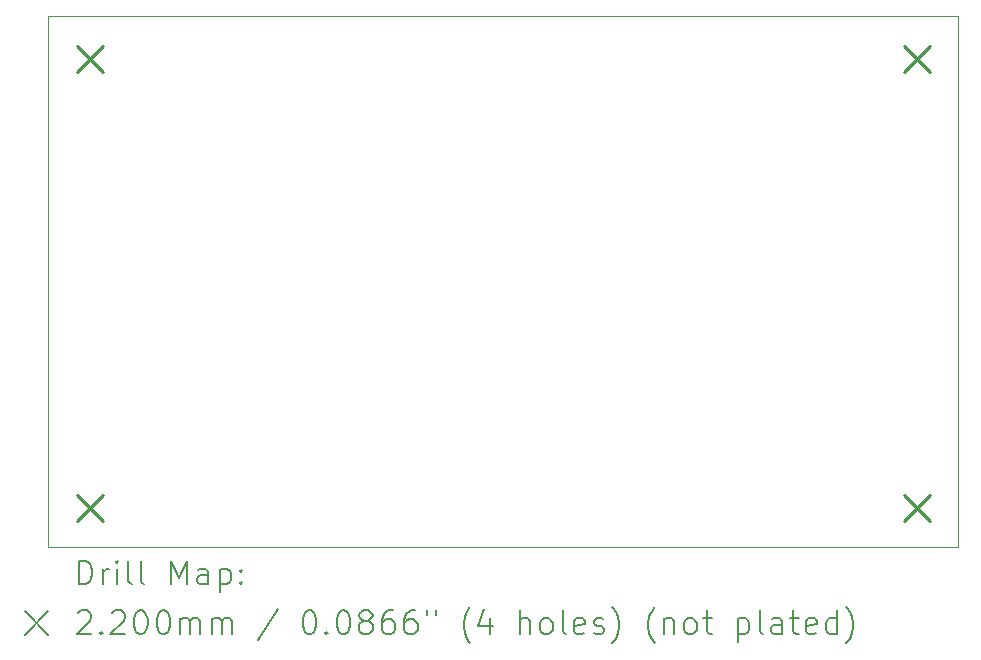
<source format=gbr>
%TF.GenerationSoftware,KiCad,Pcbnew,8.0.8*%
%TF.CreationDate,2025-01-15T16:31:18-08:00*%
%TF.ProjectId,bentroller,62656e74-726f-46c6-9c65-722e6b696361,rev?*%
%TF.SameCoordinates,Original*%
%TF.FileFunction,Drillmap*%
%TF.FilePolarity,Positive*%
%FSLAX45Y45*%
G04 Gerber Fmt 4.5, Leading zero omitted, Abs format (unit mm)*
G04 Created by KiCad (PCBNEW 8.0.8) date 2025-01-15 16:31:18*
%MOMM*%
%LPD*%
G01*
G04 APERTURE LIST*
%ADD10C,0.038100*%
%ADD11C,0.200000*%
%ADD12C,0.220000*%
G04 APERTURE END LIST*
D10*
X6450000Y-3810000D02*
X14150000Y-3810000D01*
X14150000Y-8310000D01*
X6450000Y-8310000D01*
X6450000Y-3810000D01*
D11*
D12*
X6690000Y-4065000D02*
X6910000Y-4285000D01*
X6910000Y-4065000D02*
X6690000Y-4285000D01*
X6690000Y-7865000D02*
X6910000Y-8085000D01*
X6910000Y-7865000D02*
X6690000Y-8085000D01*
X13690000Y-4065000D02*
X13910000Y-4285000D01*
X13910000Y-4065000D02*
X13690000Y-4285000D01*
X13690000Y-7865000D02*
X13910000Y-8085000D01*
X13910000Y-7865000D02*
X13690000Y-8085000D01*
D11*
X6708872Y-8623389D02*
X6708872Y-8423389D01*
X6708872Y-8423389D02*
X6756491Y-8423389D01*
X6756491Y-8423389D02*
X6785062Y-8432913D01*
X6785062Y-8432913D02*
X6804110Y-8451960D01*
X6804110Y-8451960D02*
X6813634Y-8471008D01*
X6813634Y-8471008D02*
X6823157Y-8509103D01*
X6823157Y-8509103D02*
X6823157Y-8537675D01*
X6823157Y-8537675D02*
X6813634Y-8575770D01*
X6813634Y-8575770D02*
X6804110Y-8594817D01*
X6804110Y-8594817D02*
X6785062Y-8613865D01*
X6785062Y-8613865D02*
X6756491Y-8623389D01*
X6756491Y-8623389D02*
X6708872Y-8623389D01*
X6908872Y-8623389D02*
X6908872Y-8490055D01*
X6908872Y-8528151D02*
X6918396Y-8509103D01*
X6918396Y-8509103D02*
X6927919Y-8499579D01*
X6927919Y-8499579D02*
X6946967Y-8490055D01*
X6946967Y-8490055D02*
X6966015Y-8490055D01*
X7032681Y-8623389D02*
X7032681Y-8490055D01*
X7032681Y-8423389D02*
X7023157Y-8432913D01*
X7023157Y-8432913D02*
X7032681Y-8442436D01*
X7032681Y-8442436D02*
X7042205Y-8432913D01*
X7042205Y-8432913D02*
X7032681Y-8423389D01*
X7032681Y-8423389D02*
X7032681Y-8442436D01*
X7156491Y-8623389D02*
X7137443Y-8613865D01*
X7137443Y-8613865D02*
X7127919Y-8594817D01*
X7127919Y-8594817D02*
X7127919Y-8423389D01*
X7261253Y-8623389D02*
X7242205Y-8613865D01*
X7242205Y-8613865D02*
X7232681Y-8594817D01*
X7232681Y-8594817D02*
X7232681Y-8423389D01*
X7489824Y-8623389D02*
X7489824Y-8423389D01*
X7489824Y-8423389D02*
X7556491Y-8566246D01*
X7556491Y-8566246D02*
X7623157Y-8423389D01*
X7623157Y-8423389D02*
X7623157Y-8623389D01*
X7804110Y-8623389D02*
X7804110Y-8518627D01*
X7804110Y-8518627D02*
X7794586Y-8499579D01*
X7794586Y-8499579D02*
X7775538Y-8490055D01*
X7775538Y-8490055D02*
X7737443Y-8490055D01*
X7737443Y-8490055D02*
X7718396Y-8499579D01*
X7804110Y-8613865D02*
X7785062Y-8623389D01*
X7785062Y-8623389D02*
X7737443Y-8623389D01*
X7737443Y-8623389D02*
X7718396Y-8613865D01*
X7718396Y-8613865D02*
X7708872Y-8594817D01*
X7708872Y-8594817D02*
X7708872Y-8575770D01*
X7708872Y-8575770D02*
X7718396Y-8556722D01*
X7718396Y-8556722D02*
X7737443Y-8547198D01*
X7737443Y-8547198D02*
X7785062Y-8547198D01*
X7785062Y-8547198D02*
X7804110Y-8537675D01*
X7899348Y-8490055D02*
X7899348Y-8690055D01*
X7899348Y-8499579D02*
X7918396Y-8490055D01*
X7918396Y-8490055D02*
X7956491Y-8490055D01*
X7956491Y-8490055D02*
X7975538Y-8499579D01*
X7975538Y-8499579D02*
X7985062Y-8509103D01*
X7985062Y-8509103D02*
X7994586Y-8528151D01*
X7994586Y-8528151D02*
X7994586Y-8585294D01*
X7994586Y-8585294D02*
X7985062Y-8604341D01*
X7985062Y-8604341D02*
X7975538Y-8613865D01*
X7975538Y-8613865D02*
X7956491Y-8623389D01*
X7956491Y-8623389D02*
X7918396Y-8623389D01*
X7918396Y-8623389D02*
X7899348Y-8613865D01*
X8080300Y-8604341D02*
X8089824Y-8613865D01*
X8089824Y-8613865D02*
X8080300Y-8623389D01*
X8080300Y-8623389D02*
X8070777Y-8613865D01*
X8070777Y-8613865D02*
X8080300Y-8604341D01*
X8080300Y-8604341D02*
X8080300Y-8623389D01*
X8080300Y-8499579D02*
X8089824Y-8509103D01*
X8089824Y-8509103D02*
X8080300Y-8518627D01*
X8080300Y-8518627D02*
X8070777Y-8509103D01*
X8070777Y-8509103D02*
X8080300Y-8499579D01*
X8080300Y-8499579D02*
X8080300Y-8518627D01*
X6248095Y-8851905D02*
X6448095Y-9051905D01*
X6448095Y-8851905D02*
X6248095Y-9051905D01*
X6699348Y-8862436D02*
X6708872Y-8852913D01*
X6708872Y-8852913D02*
X6727919Y-8843389D01*
X6727919Y-8843389D02*
X6775538Y-8843389D01*
X6775538Y-8843389D02*
X6794586Y-8852913D01*
X6794586Y-8852913D02*
X6804110Y-8862436D01*
X6804110Y-8862436D02*
X6813634Y-8881484D01*
X6813634Y-8881484D02*
X6813634Y-8900532D01*
X6813634Y-8900532D02*
X6804110Y-8929103D01*
X6804110Y-8929103D02*
X6689824Y-9043389D01*
X6689824Y-9043389D02*
X6813634Y-9043389D01*
X6899348Y-9024341D02*
X6908872Y-9033865D01*
X6908872Y-9033865D02*
X6899348Y-9043389D01*
X6899348Y-9043389D02*
X6889824Y-9033865D01*
X6889824Y-9033865D02*
X6899348Y-9024341D01*
X6899348Y-9024341D02*
X6899348Y-9043389D01*
X6985062Y-8862436D02*
X6994586Y-8852913D01*
X6994586Y-8852913D02*
X7013634Y-8843389D01*
X7013634Y-8843389D02*
X7061253Y-8843389D01*
X7061253Y-8843389D02*
X7080300Y-8852913D01*
X7080300Y-8852913D02*
X7089824Y-8862436D01*
X7089824Y-8862436D02*
X7099348Y-8881484D01*
X7099348Y-8881484D02*
X7099348Y-8900532D01*
X7099348Y-8900532D02*
X7089824Y-8929103D01*
X7089824Y-8929103D02*
X6975538Y-9043389D01*
X6975538Y-9043389D02*
X7099348Y-9043389D01*
X7223157Y-8843389D02*
X7242205Y-8843389D01*
X7242205Y-8843389D02*
X7261253Y-8852913D01*
X7261253Y-8852913D02*
X7270777Y-8862436D01*
X7270777Y-8862436D02*
X7280300Y-8881484D01*
X7280300Y-8881484D02*
X7289824Y-8919579D01*
X7289824Y-8919579D02*
X7289824Y-8967198D01*
X7289824Y-8967198D02*
X7280300Y-9005294D01*
X7280300Y-9005294D02*
X7270777Y-9024341D01*
X7270777Y-9024341D02*
X7261253Y-9033865D01*
X7261253Y-9033865D02*
X7242205Y-9043389D01*
X7242205Y-9043389D02*
X7223157Y-9043389D01*
X7223157Y-9043389D02*
X7204110Y-9033865D01*
X7204110Y-9033865D02*
X7194586Y-9024341D01*
X7194586Y-9024341D02*
X7185062Y-9005294D01*
X7185062Y-9005294D02*
X7175538Y-8967198D01*
X7175538Y-8967198D02*
X7175538Y-8919579D01*
X7175538Y-8919579D02*
X7185062Y-8881484D01*
X7185062Y-8881484D02*
X7194586Y-8862436D01*
X7194586Y-8862436D02*
X7204110Y-8852913D01*
X7204110Y-8852913D02*
X7223157Y-8843389D01*
X7413634Y-8843389D02*
X7432681Y-8843389D01*
X7432681Y-8843389D02*
X7451729Y-8852913D01*
X7451729Y-8852913D02*
X7461253Y-8862436D01*
X7461253Y-8862436D02*
X7470777Y-8881484D01*
X7470777Y-8881484D02*
X7480300Y-8919579D01*
X7480300Y-8919579D02*
X7480300Y-8967198D01*
X7480300Y-8967198D02*
X7470777Y-9005294D01*
X7470777Y-9005294D02*
X7461253Y-9024341D01*
X7461253Y-9024341D02*
X7451729Y-9033865D01*
X7451729Y-9033865D02*
X7432681Y-9043389D01*
X7432681Y-9043389D02*
X7413634Y-9043389D01*
X7413634Y-9043389D02*
X7394586Y-9033865D01*
X7394586Y-9033865D02*
X7385062Y-9024341D01*
X7385062Y-9024341D02*
X7375538Y-9005294D01*
X7375538Y-9005294D02*
X7366015Y-8967198D01*
X7366015Y-8967198D02*
X7366015Y-8919579D01*
X7366015Y-8919579D02*
X7375538Y-8881484D01*
X7375538Y-8881484D02*
X7385062Y-8862436D01*
X7385062Y-8862436D02*
X7394586Y-8852913D01*
X7394586Y-8852913D02*
X7413634Y-8843389D01*
X7566015Y-9043389D02*
X7566015Y-8910055D01*
X7566015Y-8929103D02*
X7575538Y-8919579D01*
X7575538Y-8919579D02*
X7594586Y-8910055D01*
X7594586Y-8910055D02*
X7623158Y-8910055D01*
X7623158Y-8910055D02*
X7642205Y-8919579D01*
X7642205Y-8919579D02*
X7651729Y-8938627D01*
X7651729Y-8938627D02*
X7651729Y-9043389D01*
X7651729Y-8938627D02*
X7661253Y-8919579D01*
X7661253Y-8919579D02*
X7680300Y-8910055D01*
X7680300Y-8910055D02*
X7708872Y-8910055D01*
X7708872Y-8910055D02*
X7727919Y-8919579D01*
X7727919Y-8919579D02*
X7737443Y-8938627D01*
X7737443Y-8938627D02*
X7737443Y-9043389D01*
X7832681Y-9043389D02*
X7832681Y-8910055D01*
X7832681Y-8929103D02*
X7842205Y-8919579D01*
X7842205Y-8919579D02*
X7861253Y-8910055D01*
X7861253Y-8910055D02*
X7889824Y-8910055D01*
X7889824Y-8910055D02*
X7908872Y-8919579D01*
X7908872Y-8919579D02*
X7918396Y-8938627D01*
X7918396Y-8938627D02*
X7918396Y-9043389D01*
X7918396Y-8938627D02*
X7927919Y-8919579D01*
X7927919Y-8919579D02*
X7946967Y-8910055D01*
X7946967Y-8910055D02*
X7975538Y-8910055D01*
X7975538Y-8910055D02*
X7994586Y-8919579D01*
X7994586Y-8919579D02*
X8004110Y-8938627D01*
X8004110Y-8938627D02*
X8004110Y-9043389D01*
X8394586Y-8833865D02*
X8223158Y-9091008D01*
X8651729Y-8843389D02*
X8670777Y-8843389D01*
X8670777Y-8843389D02*
X8689824Y-8852913D01*
X8689824Y-8852913D02*
X8699348Y-8862436D01*
X8699348Y-8862436D02*
X8708872Y-8881484D01*
X8708872Y-8881484D02*
X8718396Y-8919579D01*
X8718396Y-8919579D02*
X8718396Y-8967198D01*
X8718396Y-8967198D02*
X8708872Y-9005294D01*
X8708872Y-9005294D02*
X8699348Y-9024341D01*
X8699348Y-9024341D02*
X8689824Y-9033865D01*
X8689824Y-9033865D02*
X8670777Y-9043389D01*
X8670777Y-9043389D02*
X8651729Y-9043389D01*
X8651729Y-9043389D02*
X8632682Y-9033865D01*
X8632682Y-9033865D02*
X8623158Y-9024341D01*
X8623158Y-9024341D02*
X8613634Y-9005294D01*
X8613634Y-9005294D02*
X8604110Y-8967198D01*
X8604110Y-8967198D02*
X8604110Y-8919579D01*
X8604110Y-8919579D02*
X8613634Y-8881484D01*
X8613634Y-8881484D02*
X8623158Y-8862436D01*
X8623158Y-8862436D02*
X8632682Y-8852913D01*
X8632682Y-8852913D02*
X8651729Y-8843389D01*
X8804110Y-9024341D02*
X8813634Y-9033865D01*
X8813634Y-9033865D02*
X8804110Y-9043389D01*
X8804110Y-9043389D02*
X8794586Y-9033865D01*
X8794586Y-9033865D02*
X8804110Y-9024341D01*
X8804110Y-9024341D02*
X8804110Y-9043389D01*
X8937443Y-8843389D02*
X8956491Y-8843389D01*
X8956491Y-8843389D02*
X8975539Y-8852913D01*
X8975539Y-8852913D02*
X8985063Y-8862436D01*
X8985063Y-8862436D02*
X8994586Y-8881484D01*
X8994586Y-8881484D02*
X9004110Y-8919579D01*
X9004110Y-8919579D02*
X9004110Y-8967198D01*
X9004110Y-8967198D02*
X8994586Y-9005294D01*
X8994586Y-9005294D02*
X8985063Y-9024341D01*
X8985063Y-9024341D02*
X8975539Y-9033865D01*
X8975539Y-9033865D02*
X8956491Y-9043389D01*
X8956491Y-9043389D02*
X8937443Y-9043389D01*
X8937443Y-9043389D02*
X8918396Y-9033865D01*
X8918396Y-9033865D02*
X8908872Y-9024341D01*
X8908872Y-9024341D02*
X8899348Y-9005294D01*
X8899348Y-9005294D02*
X8889824Y-8967198D01*
X8889824Y-8967198D02*
X8889824Y-8919579D01*
X8889824Y-8919579D02*
X8899348Y-8881484D01*
X8899348Y-8881484D02*
X8908872Y-8862436D01*
X8908872Y-8862436D02*
X8918396Y-8852913D01*
X8918396Y-8852913D02*
X8937443Y-8843389D01*
X9118396Y-8929103D02*
X9099348Y-8919579D01*
X9099348Y-8919579D02*
X9089824Y-8910055D01*
X9089824Y-8910055D02*
X9080301Y-8891008D01*
X9080301Y-8891008D02*
X9080301Y-8881484D01*
X9080301Y-8881484D02*
X9089824Y-8862436D01*
X9089824Y-8862436D02*
X9099348Y-8852913D01*
X9099348Y-8852913D02*
X9118396Y-8843389D01*
X9118396Y-8843389D02*
X9156491Y-8843389D01*
X9156491Y-8843389D02*
X9175539Y-8852913D01*
X9175539Y-8852913D02*
X9185063Y-8862436D01*
X9185063Y-8862436D02*
X9194586Y-8881484D01*
X9194586Y-8881484D02*
X9194586Y-8891008D01*
X9194586Y-8891008D02*
X9185063Y-8910055D01*
X9185063Y-8910055D02*
X9175539Y-8919579D01*
X9175539Y-8919579D02*
X9156491Y-8929103D01*
X9156491Y-8929103D02*
X9118396Y-8929103D01*
X9118396Y-8929103D02*
X9099348Y-8938627D01*
X9099348Y-8938627D02*
X9089824Y-8948151D01*
X9089824Y-8948151D02*
X9080301Y-8967198D01*
X9080301Y-8967198D02*
X9080301Y-9005294D01*
X9080301Y-9005294D02*
X9089824Y-9024341D01*
X9089824Y-9024341D02*
X9099348Y-9033865D01*
X9099348Y-9033865D02*
X9118396Y-9043389D01*
X9118396Y-9043389D02*
X9156491Y-9043389D01*
X9156491Y-9043389D02*
X9175539Y-9033865D01*
X9175539Y-9033865D02*
X9185063Y-9024341D01*
X9185063Y-9024341D02*
X9194586Y-9005294D01*
X9194586Y-9005294D02*
X9194586Y-8967198D01*
X9194586Y-8967198D02*
X9185063Y-8948151D01*
X9185063Y-8948151D02*
X9175539Y-8938627D01*
X9175539Y-8938627D02*
X9156491Y-8929103D01*
X9366015Y-8843389D02*
X9327920Y-8843389D01*
X9327920Y-8843389D02*
X9308872Y-8852913D01*
X9308872Y-8852913D02*
X9299348Y-8862436D01*
X9299348Y-8862436D02*
X9280301Y-8891008D01*
X9280301Y-8891008D02*
X9270777Y-8929103D01*
X9270777Y-8929103D02*
X9270777Y-9005294D01*
X9270777Y-9005294D02*
X9280301Y-9024341D01*
X9280301Y-9024341D02*
X9289824Y-9033865D01*
X9289824Y-9033865D02*
X9308872Y-9043389D01*
X9308872Y-9043389D02*
X9346967Y-9043389D01*
X9346967Y-9043389D02*
X9366015Y-9033865D01*
X9366015Y-9033865D02*
X9375539Y-9024341D01*
X9375539Y-9024341D02*
X9385063Y-9005294D01*
X9385063Y-9005294D02*
X9385063Y-8957675D01*
X9385063Y-8957675D02*
X9375539Y-8938627D01*
X9375539Y-8938627D02*
X9366015Y-8929103D01*
X9366015Y-8929103D02*
X9346967Y-8919579D01*
X9346967Y-8919579D02*
X9308872Y-8919579D01*
X9308872Y-8919579D02*
X9289824Y-8929103D01*
X9289824Y-8929103D02*
X9280301Y-8938627D01*
X9280301Y-8938627D02*
X9270777Y-8957675D01*
X9556491Y-8843389D02*
X9518396Y-8843389D01*
X9518396Y-8843389D02*
X9499348Y-8852913D01*
X9499348Y-8852913D02*
X9489824Y-8862436D01*
X9489824Y-8862436D02*
X9470777Y-8891008D01*
X9470777Y-8891008D02*
X9461253Y-8929103D01*
X9461253Y-8929103D02*
X9461253Y-9005294D01*
X9461253Y-9005294D02*
X9470777Y-9024341D01*
X9470777Y-9024341D02*
X9480301Y-9033865D01*
X9480301Y-9033865D02*
X9499348Y-9043389D01*
X9499348Y-9043389D02*
X9537444Y-9043389D01*
X9537444Y-9043389D02*
X9556491Y-9033865D01*
X9556491Y-9033865D02*
X9566015Y-9024341D01*
X9566015Y-9024341D02*
X9575539Y-9005294D01*
X9575539Y-9005294D02*
X9575539Y-8957675D01*
X9575539Y-8957675D02*
X9566015Y-8938627D01*
X9566015Y-8938627D02*
X9556491Y-8929103D01*
X9556491Y-8929103D02*
X9537444Y-8919579D01*
X9537444Y-8919579D02*
X9499348Y-8919579D01*
X9499348Y-8919579D02*
X9480301Y-8929103D01*
X9480301Y-8929103D02*
X9470777Y-8938627D01*
X9470777Y-8938627D02*
X9461253Y-8957675D01*
X9651729Y-8843389D02*
X9651729Y-8881484D01*
X9727920Y-8843389D02*
X9727920Y-8881484D01*
X10023158Y-9119579D02*
X10013634Y-9110055D01*
X10013634Y-9110055D02*
X9994586Y-9081484D01*
X9994586Y-9081484D02*
X9985063Y-9062436D01*
X9985063Y-9062436D02*
X9975539Y-9033865D01*
X9975539Y-9033865D02*
X9966015Y-8986246D01*
X9966015Y-8986246D02*
X9966015Y-8948151D01*
X9966015Y-8948151D02*
X9975539Y-8900532D01*
X9975539Y-8900532D02*
X9985063Y-8871960D01*
X9985063Y-8871960D02*
X9994586Y-8852913D01*
X9994586Y-8852913D02*
X10013634Y-8824341D01*
X10013634Y-8824341D02*
X10023158Y-8814817D01*
X10185063Y-8910055D02*
X10185063Y-9043389D01*
X10137444Y-8833865D02*
X10089825Y-8976722D01*
X10089825Y-8976722D02*
X10213634Y-8976722D01*
X10442206Y-9043389D02*
X10442206Y-8843389D01*
X10527920Y-9043389D02*
X10527920Y-8938627D01*
X10527920Y-8938627D02*
X10518396Y-8919579D01*
X10518396Y-8919579D02*
X10499348Y-8910055D01*
X10499348Y-8910055D02*
X10470777Y-8910055D01*
X10470777Y-8910055D02*
X10451729Y-8919579D01*
X10451729Y-8919579D02*
X10442206Y-8929103D01*
X10651729Y-9043389D02*
X10632682Y-9033865D01*
X10632682Y-9033865D02*
X10623158Y-9024341D01*
X10623158Y-9024341D02*
X10613634Y-9005294D01*
X10613634Y-9005294D02*
X10613634Y-8948151D01*
X10613634Y-8948151D02*
X10623158Y-8929103D01*
X10623158Y-8929103D02*
X10632682Y-8919579D01*
X10632682Y-8919579D02*
X10651729Y-8910055D01*
X10651729Y-8910055D02*
X10680301Y-8910055D01*
X10680301Y-8910055D02*
X10699348Y-8919579D01*
X10699348Y-8919579D02*
X10708872Y-8929103D01*
X10708872Y-8929103D02*
X10718396Y-8948151D01*
X10718396Y-8948151D02*
X10718396Y-9005294D01*
X10718396Y-9005294D02*
X10708872Y-9024341D01*
X10708872Y-9024341D02*
X10699348Y-9033865D01*
X10699348Y-9033865D02*
X10680301Y-9043389D01*
X10680301Y-9043389D02*
X10651729Y-9043389D01*
X10832682Y-9043389D02*
X10813634Y-9033865D01*
X10813634Y-9033865D02*
X10804110Y-9014817D01*
X10804110Y-9014817D02*
X10804110Y-8843389D01*
X10985063Y-9033865D02*
X10966015Y-9043389D01*
X10966015Y-9043389D02*
X10927920Y-9043389D01*
X10927920Y-9043389D02*
X10908872Y-9033865D01*
X10908872Y-9033865D02*
X10899348Y-9014817D01*
X10899348Y-9014817D02*
X10899348Y-8938627D01*
X10899348Y-8938627D02*
X10908872Y-8919579D01*
X10908872Y-8919579D02*
X10927920Y-8910055D01*
X10927920Y-8910055D02*
X10966015Y-8910055D01*
X10966015Y-8910055D02*
X10985063Y-8919579D01*
X10985063Y-8919579D02*
X10994587Y-8938627D01*
X10994587Y-8938627D02*
X10994587Y-8957675D01*
X10994587Y-8957675D02*
X10899348Y-8976722D01*
X11070777Y-9033865D02*
X11089825Y-9043389D01*
X11089825Y-9043389D02*
X11127920Y-9043389D01*
X11127920Y-9043389D02*
X11146968Y-9033865D01*
X11146968Y-9033865D02*
X11156491Y-9014817D01*
X11156491Y-9014817D02*
X11156491Y-9005294D01*
X11156491Y-9005294D02*
X11146968Y-8986246D01*
X11146968Y-8986246D02*
X11127920Y-8976722D01*
X11127920Y-8976722D02*
X11099348Y-8976722D01*
X11099348Y-8976722D02*
X11080301Y-8967198D01*
X11080301Y-8967198D02*
X11070777Y-8948151D01*
X11070777Y-8948151D02*
X11070777Y-8938627D01*
X11070777Y-8938627D02*
X11080301Y-8919579D01*
X11080301Y-8919579D02*
X11099348Y-8910055D01*
X11099348Y-8910055D02*
X11127920Y-8910055D01*
X11127920Y-8910055D02*
X11146968Y-8919579D01*
X11223158Y-9119579D02*
X11232682Y-9110055D01*
X11232682Y-9110055D02*
X11251729Y-9081484D01*
X11251729Y-9081484D02*
X11261253Y-9062436D01*
X11261253Y-9062436D02*
X11270777Y-9033865D01*
X11270777Y-9033865D02*
X11280301Y-8986246D01*
X11280301Y-8986246D02*
X11280301Y-8948151D01*
X11280301Y-8948151D02*
X11270777Y-8900532D01*
X11270777Y-8900532D02*
X11261253Y-8871960D01*
X11261253Y-8871960D02*
X11251729Y-8852913D01*
X11251729Y-8852913D02*
X11232682Y-8824341D01*
X11232682Y-8824341D02*
X11223158Y-8814817D01*
X11585063Y-9119579D02*
X11575539Y-9110055D01*
X11575539Y-9110055D02*
X11556491Y-9081484D01*
X11556491Y-9081484D02*
X11546967Y-9062436D01*
X11546967Y-9062436D02*
X11537444Y-9033865D01*
X11537444Y-9033865D02*
X11527920Y-8986246D01*
X11527920Y-8986246D02*
X11527920Y-8948151D01*
X11527920Y-8948151D02*
X11537444Y-8900532D01*
X11537444Y-8900532D02*
X11546967Y-8871960D01*
X11546967Y-8871960D02*
X11556491Y-8852913D01*
X11556491Y-8852913D02*
X11575539Y-8824341D01*
X11575539Y-8824341D02*
X11585063Y-8814817D01*
X11661253Y-8910055D02*
X11661253Y-9043389D01*
X11661253Y-8929103D02*
X11670777Y-8919579D01*
X11670777Y-8919579D02*
X11689825Y-8910055D01*
X11689825Y-8910055D02*
X11718396Y-8910055D01*
X11718396Y-8910055D02*
X11737444Y-8919579D01*
X11737444Y-8919579D02*
X11746967Y-8938627D01*
X11746967Y-8938627D02*
X11746967Y-9043389D01*
X11870777Y-9043389D02*
X11851729Y-9033865D01*
X11851729Y-9033865D02*
X11842206Y-9024341D01*
X11842206Y-9024341D02*
X11832682Y-9005294D01*
X11832682Y-9005294D02*
X11832682Y-8948151D01*
X11832682Y-8948151D02*
X11842206Y-8929103D01*
X11842206Y-8929103D02*
X11851729Y-8919579D01*
X11851729Y-8919579D02*
X11870777Y-8910055D01*
X11870777Y-8910055D02*
X11899348Y-8910055D01*
X11899348Y-8910055D02*
X11918396Y-8919579D01*
X11918396Y-8919579D02*
X11927920Y-8929103D01*
X11927920Y-8929103D02*
X11937444Y-8948151D01*
X11937444Y-8948151D02*
X11937444Y-9005294D01*
X11937444Y-9005294D02*
X11927920Y-9024341D01*
X11927920Y-9024341D02*
X11918396Y-9033865D01*
X11918396Y-9033865D02*
X11899348Y-9043389D01*
X11899348Y-9043389D02*
X11870777Y-9043389D01*
X11994587Y-8910055D02*
X12070777Y-8910055D01*
X12023158Y-8843389D02*
X12023158Y-9014817D01*
X12023158Y-9014817D02*
X12032682Y-9033865D01*
X12032682Y-9033865D02*
X12051729Y-9043389D01*
X12051729Y-9043389D02*
X12070777Y-9043389D01*
X12289825Y-8910055D02*
X12289825Y-9110055D01*
X12289825Y-8919579D02*
X12308872Y-8910055D01*
X12308872Y-8910055D02*
X12346968Y-8910055D01*
X12346968Y-8910055D02*
X12366015Y-8919579D01*
X12366015Y-8919579D02*
X12375539Y-8929103D01*
X12375539Y-8929103D02*
X12385063Y-8948151D01*
X12385063Y-8948151D02*
X12385063Y-9005294D01*
X12385063Y-9005294D02*
X12375539Y-9024341D01*
X12375539Y-9024341D02*
X12366015Y-9033865D01*
X12366015Y-9033865D02*
X12346968Y-9043389D01*
X12346968Y-9043389D02*
X12308872Y-9043389D01*
X12308872Y-9043389D02*
X12289825Y-9033865D01*
X12499348Y-9043389D02*
X12480301Y-9033865D01*
X12480301Y-9033865D02*
X12470777Y-9014817D01*
X12470777Y-9014817D02*
X12470777Y-8843389D01*
X12661253Y-9043389D02*
X12661253Y-8938627D01*
X12661253Y-8938627D02*
X12651729Y-8919579D01*
X12651729Y-8919579D02*
X12632682Y-8910055D01*
X12632682Y-8910055D02*
X12594587Y-8910055D01*
X12594587Y-8910055D02*
X12575539Y-8919579D01*
X12661253Y-9033865D02*
X12642206Y-9043389D01*
X12642206Y-9043389D02*
X12594587Y-9043389D01*
X12594587Y-9043389D02*
X12575539Y-9033865D01*
X12575539Y-9033865D02*
X12566015Y-9014817D01*
X12566015Y-9014817D02*
X12566015Y-8995770D01*
X12566015Y-8995770D02*
X12575539Y-8976722D01*
X12575539Y-8976722D02*
X12594587Y-8967198D01*
X12594587Y-8967198D02*
X12642206Y-8967198D01*
X12642206Y-8967198D02*
X12661253Y-8957675D01*
X12727920Y-8910055D02*
X12804110Y-8910055D01*
X12756491Y-8843389D02*
X12756491Y-9014817D01*
X12756491Y-9014817D02*
X12766015Y-9033865D01*
X12766015Y-9033865D02*
X12785063Y-9043389D01*
X12785063Y-9043389D02*
X12804110Y-9043389D01*
X12946968Y-9033865D02*
X12927920Y-9043389D01*
X12927920Y-9043389D02*
X12889825Y-9043389D01*
X12889825Y-9043389D02*
X12870777Y-9033865D01*
X12870777Y-9033865D02*
X12861253Y-9014817D01*
X12861253Y-9014817D02*
X12861253Y-8938627D01*
X12861253Y-8938627D02*
X12870777Y-8919579D01*
X12870777Y-8919579D02*
X12889825Y-8910055D01*
X12889825Y-8910055D02*
X12927920Y-8910055D01*
X12927920Y-8910055D02*
X12946968Y-8919579D01*
X12946968Y-8919579D02*
X12956491Y-8938627D01*
X12956491Y-8938627D02*
X12956491Y-8957675D01*
X12956491Y-8957675D02*
X12861253Y-8976722D01*
X13127920Y-9043389D02*
X13127920Y-8843389D01*
X13127920Y-9033865D02*
X13108872Y-9043389D01*
X13108872Y-9043389D02*
X13070777Y-9043389D01*
X13070777Y-9043389D02*
X13051729Y-9033865D01*
X13051729Y-9033865D02*
X13042206Y-9024341D01*
X13042206Y-9024341D02*
X13032682Y-9005294D01*
X13032682Y-9005294D02*
X13032682Y-8948151D01*
X13032682Y-8948151D02*
X13042206Y-8929103D01*
X13042206Y-8929103D02*
X13051729Y-8919579D01*
X13051729Y-8919579D02*
X13070777Y-8910055D01*
X13070777Y-8910055D02*
X13108872Y-8910055D01*
X13108872Y-8910055D02*
X13127920Y-8919579D01*
X13204110Y-9119579D02*
X13213634Y-9110055D01*
X13213634Y-9110055D02*
X13232682Y-9081484D01*
X13232682Y-9081484D02*
X13242206Y-9062436D01*
X13242206Y-9062436D02*
X13251729Y-9033865D01*
X13251729Y-9033865D02*
X13261253Y-8986246D01*
X13261253Y-8986246D02*
X13261253Y-8948151D01*
X13261253Y-8948151D02*
X13251729Y-8900532D01*
X13251729Y-8900532D02*
X13242206Y-8871960D01*
X13242206Y-8871960D02*
X13232682Y-8852913D01*
X13232682Y-8852913D02*
X13213634Y-8824341D01*
X13213634Y-8824341D02*
X13204110Y-8814817D01*
M02*

</source>
